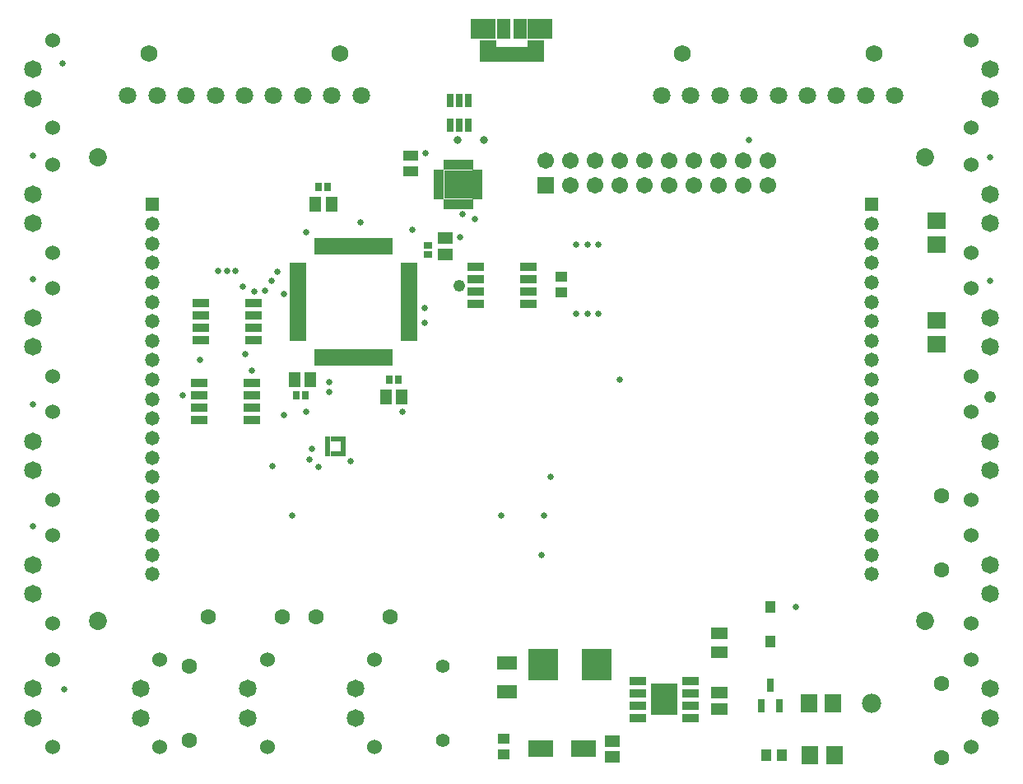
<source format=gts>
G04*
G04 #@! TF.GenerationSoftware,Altium Limited,Altium Designer,19.1.5 (86)*
G04*
G04 Layer_Color=8388736*
%FSLAX25Y25*%
%MOIN*%
G70*
G01*
G75*
%ADD46R,0.07690X0.07099*%
%ADD47R,0.06272X0.04383*%
%ADD48R,0.03162X0.03241*%
%ADD49R,0.04501X0.06430*%
%ADD50R,0.06430X0.04501*%
%ADD51R,0.03241X0.03162*%
%ADD52R,0.03162X0.05524*%
%ADD53R,0.02572X0.06233*%
%ADD54R,0.06607X0.09068*%
%ADD55R,0.05426X0.08280*%
%ADD56R,0.10150X0.08280*%
%ADD57R,0.02375X0.02375*%
%ADD58R,0.03162X0.05721*%
%ADD59R,0.07099X0.07690*%
%ADD60R,0.06509X0.04737*%
%ADD61R,0.06804X0.03359*%
%ADD62R,0.11036X0.13005*%
%ADD63R,0.12020X0.13005*%
%ADD64R,0.06587X0.04619*%
%ADD65R,0.04147X0.04934*%
%ADD66R,0.09855X0.07099*%
%ADD67R,0.03950X0.04737*%
%ADD68R,0.04737X0.03950*%
%ADD69R,0.07887X0.05524*%
%ADD70R,0.06607X0.01981*%
%ADD71R,0.01981X0.06607*%
%ADD72R,0.01981X0.03950*%
%ADD73R,0.03950X0.01981*%
%ADD74R,0.11824X0.11824*%
%ADD75R,0.05800X0.05800*%
%ADD76C,0.05800*%
%ADD77C,0.07300*%
%ADD78C,0.07178*%
%ADD79C,0.05997*%
%ADD80C,0.07119*%
%ADD81C,0.06804*%
%ADD82C,0.05524*%
%ADD83C,0.06706*%
%ADD84R,0.06706X0.06706*%
%ADD85C,0.06312*%
%ADD86C,0.02600*%
%ADD87C,0.04800*%
%ADD88C,0.07800*%
%ADD89C,0.03300*%
D46*
X379500Y223921D02*
D03*
Y214079D02*
D03*
Y183516D02*
D03*
Y173673D02*
D03*
D47*
X166380Y250228D02*
D03*
Y243772D02*
D03*
D48*
X120189Y153000D02*
D03*
X123811D02*
D03*
X157689Y159500D02*
D03*
X161311D02*
D03*
X132811Y237500D02*
D03*
X129189D02*
D03*
D49*
X119272Y159500D02*
D03*
X125728D02*
D03*
X156272Y152500D02*
D03*
X162728D02*
D03*
X134228Y230500D02*
D03*
X127772D02*
D03*
D50*
X180500Y210272D02*
D03*
Y216728D02*
D03*
X248000Y13228D02*
D03*
Y6772D02*
D03*
D51*
X173500Y210189D02*
D03*
Y213811D02*
D03*
D52*
X189740Y272421D02*
D03*
X186000D02*
D03*
X182260D02*
D03*
Y262579D02*
D03*
X186000D02*
D03*
X189740D02*
D03*
D53*
X212368Y291028D02*
D03*
X209809D02*
D03*
X207250D02*
D03*
X204691D02*
D03*
X202132D02*
D03*
D54*
X197594Y292445D02*
D03*
X216905D02*
D03*
D55*
X210547Y301500D02*
D03*
X203953D02*
D03*
D56*
X218717D02*
D03*
X195783D02*
D03*
D57*
X139150Y129547D02*
D03*
Y131516D02*
D03*
Y133484D02*
D03*
Y135453D02*
D03*
X136984D02*
D03*
X135016D02*
D03*
X132850D02*
D03*
Y133484D02*
D03*
Y131516D02*
D03*
Y129547D02*
D03*
X135016D02*
D03*
X136984D02*
D03*
D58*
X308260Y27366D02*
D03*
X315740D02*
D03*
X312000Y35634D02*
D03*
D59*
X337421Y28500D02*
D03*
X327579D02*
D03*
X337921Y7500D02*
D03*
X328079D02*
D03*
D60*
X291500Y49260D02*
D03*
Y56740D02*
D03*
D61*
X258323Y37500D02*
D03*
Y32500D02*
D03*
Y27500D02*
D03*
Y22500D02*
D03*
X279677D02*
D03*
Y27500D02*
D03*
Y32500D02*
D03*
Y37500D02*
D03*
X81323Y190500D02*
D03*
Y185500D02*
D03*
Y180500D02*
D03*
Y175500D02*
D03*
X102677D02*
D03*
Y180500D02*
D03*
Y185500D02*
D03*
Y190500D02*
D03*
X80823Y158000D02*
D03*
Y153000D02*
D03*
Y148000D02*
D03*
Y143000D02*
D03*
X102177D02*
D03*
Y148000D02*
D03*
Y153000D02*
D03*
Y158000D02*
D03*
X192823Y205000D02*
D03*
Y200000D02*
D03*
Y195000D02*
D03*
Y190000D02*
D03*
X214177D02*
D03*
Y195000D02*
D03*
Y200000D02*
D03*
Y205000D02*
D03*
D62*
X269000Y30000D02*
D03*
D63*
X220173Y44000D02*
D03*
X241827D02*
D03*
D64*
X291500Y32768D02*
D03*
Y26232D02*
D03*
D65*
X312000Y53413D02*
D03*
Y67587D02*
D03*
D66*
X236500Y10000D02*
D03*
X219177D02*
D03*
D67*
X316650Y7500D02*
D03*
X310350D02*
D03*
D68*
X204000Y7850D02*
D03*
Y14150D02*
D03*
X227500Y194850D02*
D03*
Y201150D02*
D03*
D69*
X205500Y44905D02*
D03*
Y33094D02*
D03*
D70*
X120659Y205764D02*
D03*
Y203795D02*
D03*
Y201827D02*
D03*
Y199858D02*
D03*
Y197890D02*
D03*
Y195921D02*
D03*
Y193953D02*
D03*
Y191984D02*
D03*
Y190016D02*
D03*
Y188047D02*
D03*
Y186079D02*
D03*
Y184110D02*
D03*
Y182142D02*
D03*
Y180173D02*
D03*
Y178205D02*
D03*
Y176236D02*
D03*
X165841D02*
D03*
Y178205D02*
D03*
Y180173D02*
D03*
Y182142D02*
D03*
Y184110D02*
D03*
Y186079D02*
D03*
Y188047D02*
D03*
Y190016D02*
D03*
Y191984D02*
D03*
Y193953D02*
D03*
Y195921D02*
D03*
Y197890D02*
D03*
Y199858D02*
D03*
Y201827D02*
D03*
Y203795D02*
D03*
Y205764D02*
D03*
D71*
X128486Y168409D02*
D03*
X130455D02*
D03*
X132423D02*
D03*
X134392D02*
D03*
X136360D02*
D03*
X138329D02*
D03*
X140297D02*
D03*
X142266D02*
D03*
X144234D02*
D03*
X146203D02*
D03*
X148171D02*
D03*
X150140D02*
D03*
X152108D02*
D03*
X154077D02*
D03*
X156045D02*
D03*
X158014D02*
D03*
Y213591D02*
D03*
X156045D02*
D03*
X154077D02*
D03*
X152108D02*
D03*
X150140D02*
D03*
X148171D02*
D03*
X146203D02*
D03*
X144234D02*
D03*
X142266D02*
D03*
X140297D02*
D03*
X138329D02*
D03*
X136360D02*
D03*
X134392D02*
D03*
X132423D02*
D03*
X130455D02*
D03*
X128486D02*
D03*
D72*
X190547Y246295D02*
D03*
X188579D02*
D03*
X186610D02*
D03*
X184642D02*
D03*
X182673D02*
D03*
X180705D02*
D03*
Y230547D02*
D03*
X182673D02*
D03*
X184642D02*
D03*
X186610D02*
D03*
X188579D02*
D03*
X190547D02*
D03*
D73*
X177752Y243342D02*
D03*
Y241374D02*
D03*
Y239405D02*
D03*
Y237437D02*
D03*
Y235469D02*
D03*
Y233500D02*
D03*
X193500D02*
D03*
Y235469D02*
D03*
Y237437D02*
D03*
Y239405D02*
D03*
Y241374D02*
D03*
Y243342D02*
D03*
D74*
X185626Y238421D02*
D03*
D75*
X61561Y230288D02*
D03*
X352900D02*
D03*
D76*
X61561Y80682D02*
D03*
Y143674D02*
D03*
Y88556D02*
D03*
Y96430D02*
D03*
Y151548D02*
D03*
Y112178D02*
D03*
Y127926D02*
D03*
Y135800D02*
D03*
Y120052D02*
D03*
Y104304D02*
D03*
Y159422D02*
D03*
Y167296D02*
D03*
Y222414D02*
D03*
Y183044D02*
D03*
Y198792D02*
D03*
Y206666D02*
D03*
Y214540D02*
D03*
Y190918D02*
D03*
Y175170D02*
D03*
X352900Y80682D02*
D03*
Y143674D02*
D03*
Y88556D02*
D03*
Y96430D02*
D03*
Y151548D02*
D03*
Y112178D02*
D03*
Y127926D02*
D03*
Y135800D02*
D03*
Y120052D02*
D03*
Y104304D02*
D03*
Y159422D02*
D03*
Y167296D02*
D03*
Y222414D02*
D03*
Y183044D02*
D03*
Y198792D02*
D03*
Y206666D02*
D03*
Y214540D02*
D03*
Y190918D02*
D03*
Y175170D02*
D03*
D77*
X39700Y249300D02*
D03*
Y61700D02*
D03*
X374700D02*
D03*
Y249300D02*
D03*
D78*
X401000Y122689D02*
D03*
Y134500D02*
D03*
X401000Y172689D02*
D03*
Y184500D02*
D03*
Y222689D02*
D03*
Y234500D02*
D03*
X13500Y134500D02*
D03*
Y122689D02*
D03*
Y184500D02*
D03*
Y172689D02*
D03*
X13500Y234500D02*
D03*
Y222689D02*
D03*
Y285000D02*
D03*
Y273189D02*
D03*
X401000Y273189D02*
D03*
Y285000D02*
D03*
X13500Y34405D02*
D03*
Y22594D02*
D03*
X13500Y84500D02*
D03*
Y72689D02*
D03*
X144000Y34405D02*
D03*
Y22594D02*
D03*
X100500Y34405D02*
D03*
Y22594D02*
D03*
X57000Y34405D02*
D03*
Y22594D02*
D03*
X401000D02*
D03*
Y34405D02*
D03*
Y72689D02*
D03*
Y84500D02*
D03*
D79*
X393284Y146311D02*
D03*
Y110878D02*
D03*
X393284Y196311D02*
D03*
Y160878D02*
D03*
Y246311D02*
D03*
Y210878D02*
D03*
X21216Y110878D02*
D03*
Y146311D02*
D03*
Y160878D02*
D03*
Y196311D02*
D03*
X21216Y210878D02*
D03*
Y246311D02*
D03*
Y261378D02*
D03*
Y296811D02*
D03*
X393284Y296811D02*
D03*
Y261378D02*
D03*
X21216Y10784D02*
D03*
Y46216D02*
D03*
X21216Y60878D02*
D03*
Y96311D02*
D03*
X151716Y10784D02*
D03*
Y46216D02*
D03*
X108217Y10784D02*
D03*
Y46216D02*
D03*
X64717Y10784D02*
D03*
Y46216D02*
D03*
X393284D02*
D03*
Y10784D02*
D03*
Y96311D02*
D03*
Y60878D02*
D03*
D80*
X268000Y274500D02*
D03*
X279811D02*
D03*
X291622D02*
D03*
X303433D02*
D03*
X315244D02*
D03*
X327055D02*
D03*
X338866D02*
D03*
X350677D02*
D03*
X362488D02*
D03*
X51812D02*
D03*
X63623D02*
D03*
X75435D02*
D03*
X87246D02*
D03*
X99057D02*
D03*
X110868D02*
D03*
X122679D02*
D03*
X134490D02*
D03*
X146301D02*
D03*
D81*
X276465Y291508D02*
D03*
X354024D02*
D03*
X60277D02*
D03*
X137836D02*
D03*
D82*
X179500Y43500D02*
D03*
Y13500D02*
D03*
D83*
X311000Y248000D02*
D03*
X301000D02*
D03*
X291000D02*
D03*
X281000D02*
D03*
X271000D02*
D03*
X261000D02*
D03*
X251000D02*
D03*
X241000D02*
D03*
X231000D02*
D03*
X221000D02*
D03*
X311000Y238000D02*
D03*
X301000D02*
D03*
X291000D02*
D03*
X281000D02*
D03*
X271000D02*
D03*
X261000D02*
D03*
X251000D02*
D03*
X241000D02*
D03*
X231000D02*
D03*
D84*
X221000D02*
D03*
D85*
X128000Y63500D02*
D03*
X158000D02*
D03*
X84500D02*
D03*
X114500D02*
D03*
X76800Y13500D02*
D03*
Y43500D02*
D03*
X381500Y6500D02*
D03*
Y36500D02*
D03*
Y82595D02*
D03*
Y112594D02*
D03*
D86*
X163000Y146500D02*
D03*
X172500Y251000D02*
D03*
X401000Y199500D02*
D03*
Y249500D02*
D03*
X25500Y287500D02*
D03*
X13500Y250000D02*
D03*
Y200000D02*
D03*
Y149500D02*
D03*
Y100000D02*
D03*
X26000Y34000D02*
D03*
X186500Y217000D02*
D03*
X124000Y219000D02*
D03*
Y146500D02*
D03*
X102000Y163000D02*
D03*
X126500Y131500D02*
D03*
X98500Y197000D02*
D03*
X110444Y124556D02*
D03*
X118500Y104500D02*
D03*
X203000D02*
D03*
X220500D02*
D03*
X251000Y159500D02*
D03*
X233500Y186000D02*
D03*
X238000D02*
D03*
X242500D02*
D03*
X233500Y214000D02*
D03*
X242500D02*
D03*
X238000D02*
D03*
X192500Y224500D02*
D03*
X187500Y226500D02*
D03*
X167000Y220000D02*
D03*
X172000Y182500D02*
D03*
Y188500D02*
D03*
X115000Y145000D02*
D03*
X99400Y169750D02*
D03*
X219500Y88500D02*
D03*
X133500Y154500D02*
D03*
Y158500D02*
D03*
X125500Y127000D02*
D03*
X112500Y203000D02*
D03*
X110000Y199500D02*
D03*
X107500Y195500D02*
D03*
X115000Y194000D02*
D03*
X103000Y195250D02*
D03*
X95500Y203500D02*
D03*
X92000D02*
D03*
X88500D02*
D03*
X81000Y167500D02*
D03*
X142000Y126500D02*
D03*
X223000Y120000D02*
D03*
X322500Y67500D02*
D03*
X303500Y256500D02*
D03*
X74000Y153000D02*
D03*
X129000Y124000D02*
D03*
X146000Y223000D02*
D03*
D87*
X186000Y197500D02*
D03*
X401000Y152500D02*
D03*
D88*
X353000Y28500D02*
D03*
D89*
X196000Y256500D02*
D03*
X185500D02*
D03*
M02*

</source>
